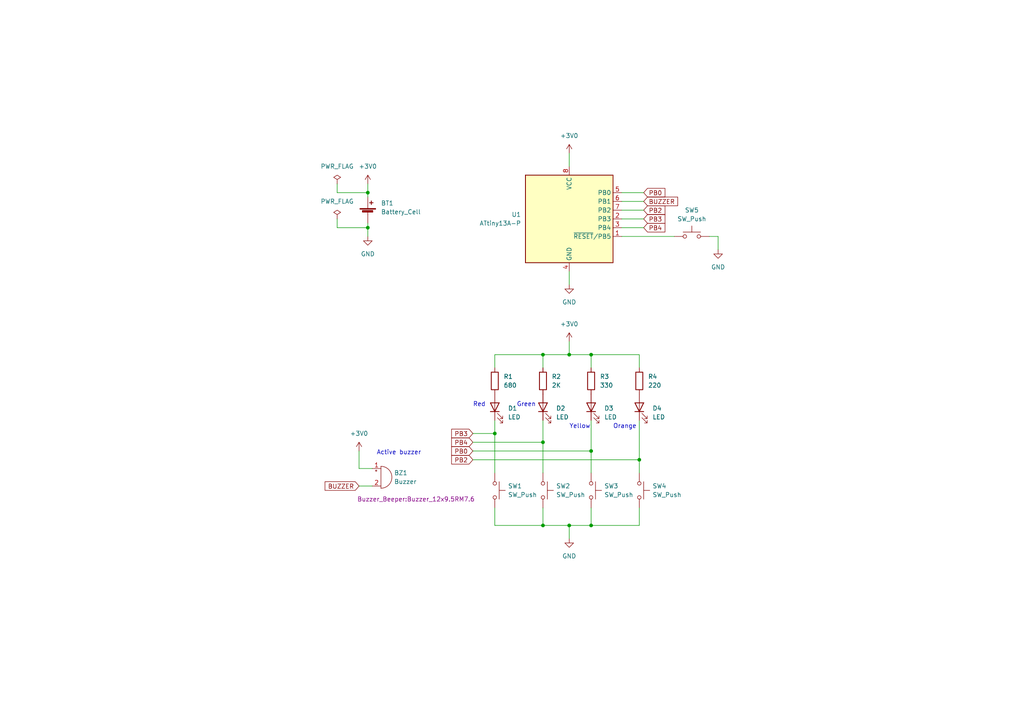
<source format=kicad_sch>
(kicad_sch (version 20211123) (generator eeschema)
  (paper "A4")
  (lib_symbols
    (symbol "Device:Battery_Cell" (pin_numbers hide) (pin_names (offset 0) hide)
      (property "Reference" "BT" (at 2.54 2.54 0))
      (property "Value" "Battery_Cell" (at 2.54 0 0))
      (symbol "Battery_Cell_0_1"
        (rectangle (start -2.286 1.778) (end 2.286 1.524) (fill (type outline)))
        (rectangle (start -1.5748 1.1938) (end 1.4732 0.6858) (fill (type outline)))
        (polyline (pts (xy 0 0.762) (xy 0 0)))
        (polyline (pts (xy 0 1.778) (xy 0 2.54)))
        (polyline (pts (xy 0.508 3.429) (xy 1.524 3.429)) (stroke (width 0.254)))
        (polyline (pts (xy 1.016 3.937) (xy 1.016 2.921)) (stroke (width 0.254)))
      )
      (symbol "Battery_Cell_1_1"
        (pin passive line (at 0 5.08 270) (length 2.54) (name "+") (number "1"))
        (pin passive line (at 0 -2.54 90) (length 2.54) (name "-") (number "2"))
      )
    )
    (symbol "Device:Buzzer" (pin_names (offset 0.0254) hide)
      (property "Reference" "BZ" (at 3.81 1.27 0))
      (property "Value" "Buzzer" (at 3.81 -1.27 0))
      (symbol "Buzzer_0_1"
        (arc (start 0 -3.175) (mid 3.175 0) (end 0 3.175))
        (polyline (pts (xy -1.651 1.905) (xy -1.143 1.905)))
        (polyline (pts (xy -1.397 2.159) (xy -1.397 1.651)))
        (polyline (pts (xy 0 3.175) (xy 0 -3.175)))
      )
      (symbol "Buzzer_1_1"
        (pin passive line (at -2.54 2.54 0) (length 2.54) (name "-") (number "1"))
        (pin passive line (at -2.54 -2.54 0) (length 2.54) (name "+") (number "2"))
      )
    )
    (symbol "Device:LED" (pin_numbers hide) (pin_names (offset 1.016) hide)
      (property "Reference" "D" (at 0 2.54 0))
      (property "Value" "LED" (at 0 -2.54 0))
      (symbol "LED_0_1"
        (polyline (pts (xy -1.27 -1.27) (xy -1.27 1.27)) (stroke (width 0.254)))
        (polyline (pts (xy -1.27 0) (xy 1.27 0)))
        (polyline (pts (xy 1.27 -1.27) (xy 1.27 1.27) (xy -1.27 0) (xy 1.27 -1.27)) (stroke (width 0.254)))
        (polyline (pts (xy -3.048 -0.762) (xy -4.572 -2.286) (xy -3.81 -2.286) (xy -4.572 -2.286) (xy -4.572 -1.524)))
        (polyline (pts (xy -1.778 -0.762) (xy -3.302 -2.286) (xy -2.54 -2.286) (xy -3.302 -2.286) (xy -3.302 -1.524)))
      )
      (symbol "LED_1_1"
        (pin passive line (at -3.81 0 0) (length 2.54) (name "K") (number "1"))
        (pin passive line (at 3.81 0 180) (length 2.54) (name "A") (number "2"))
      )
    )
    (symbol "Device:R" (pin_numbers hide) (pin_names (offset 0))
      (property "Reference" "R" (at 2.032 0 90))
      (property "Value" "R" (at 0 0 90))
      (symbol "R_0_1"
        (rectangle (start -1.016 -2.54) (end 1.016 2.54) (stroke (width 0.254)))
      )
      (symbol "R_1_1"
        (pin passive line (at 0 3.81 270) (length 1.27) (name "~") (number "1"))
        (pin passive line (at 0 -3.81 90) (length 1.27) (name "~") (number "2"))
      )
    )
    (symbol "MCU_Microchip_ATtiny:ATtiny13A-P"
      (property "Reference" "U" (at -12.7 13.97 0))
      (property "Value" "ATtiny13A-P" (at 2.54 -13.97 0))
      (symbol "ATtiny13A-P_0_1"
        (rectangle (start -12.7 -12.7) (end 12.7 12.7) (stroke (width 0.254)) (fill (type background)))
      )
      (symbol "ATtiny13A-P_1_1"
        (pin bidirectional line (at 15.24 -5.08 180) (length 2.54) (name "~{RESET}/PB5") (number "1"))
        (pin bidirectional line (at 15.24 0 180) (length 2.54) (name "PB3") (number "2"))
        (pin bidirectional line (at 15.24 -2.54 180) (length 2.54) (name "PB4") (number "3"))
        (pin power_in line (at 0 -15.24 90) (length 2.54) (name "GND") (number "4"))
        (pin bidirectional line (at 15.24 7.62 180) (length 2.54) (name "PB0") (number "5"))
        (pin bidirectional line (at 15.24 5.08 180) (length 2.54) (name "PB1") (number "6"))
        (pin bidirectional line (at 15.24 2.54 180) (length 2.54) (name "PB2") (number "7"))
        (pin power_in line (at 0 15.24 270) (length 2.54) (name "VCC") (number "8"))
      )
    )
    (symbol "Switch:SW_Push" (pin_numbers hide) (pin_names (offset 1.016) hide)
      (property "Reference" "SW" (at 1.27 2.54 0))
      (property "Value" "SW_Push" (at 0 -1.524 0))
      (symbol "SW_Push_0_1"
        (circle (center -2.032 0) (radius 0.508))
        (polyline (pts (xy 0 1.27) (xy 0 3.048)))
        (polyline (pts (xy 2.54 1.27) (xy -2.54 1.27)))
        (circle (center 2.032 0) (radius 0.508))
        (pin passive line (at -5.08 0 0) (length 2.54) (name "1") (number "1"))
        (pin passive line (at 5.08 0 180) (length 2.54) (name "2") (number "2"))
      )
    )
    (symbol "power:+3V0" (power) (pin_names (offset 0))
      (property "Value" "+3V0" (at 0 3.556 0))
      (symbol "+3V0_0_1"
        (polyline (pts (xy -0.762 1.27) (xy 0 2.54)))
        (polyline (pts (xy 0 0) (xy 0 2.54)))
        (polyline (pts (xy 0 2.54) (xy 0.762 1.27)))
      )
      (symbol "+3V0_1_1"
        (pin power_in line (at 0 0 90) (length 0) hide (name "+3V0") (number "1"))
      )
    )
    (symbol "power:GND" (power) (pin_names (offset 0))
      (property "Value" "GND" (at 0 -3.81 0))
      (symbol "GND_0_1"
        (polyline (pts (xy 0 0) (xy 0 -1.27) (xy 1.27 -1.27) (xy 0 -2.54) (xy -1.27 -1.27) (xy 0 -1.27)))
      )
      (symbol "GND_1_1"
        (pin power_in line (at 0 0 270) (length 0) hide (name "GND") (number "1"))
      )
    )
    (symbol "power:PWR_FLAG" (power) (pin_numbers hide) (pin_names (offset 0) hide)
      (property "Value" "PWR_FLAG" (at 0 3.81 0))
      (symbol "PWR_FLAG_0_0"
        (pin power_out line (at 0 0 90) (length 0) (name "pwr") (number "1"))
      )
      (symbol "PWR_FLAG_0_1"
        (polyline (pts (xy 0 0) (xy 0 1.27) (xy -1.016 1.905) (xy 0 2.54) (xy 1.016 1.905) (xy 0 1.27)))
      )
    )
  )
  (junction (at 106.68 66.04))
  (junction (at 157.48 128.27))
  (junction (at 165.1 102.87))
  (junction (at 143.51 125.73))
  (junction (at 171.45 130.81))
  (junction (at 171.45 152.4))
  (junction (at 185.42 133.35))
  (junction (at 106.68 55.88))
  (junction (at 157.48 102.87))
  (junction (at 157.48 152.4))
  (junction (at 165.1 152.4))
  (junction (at 171.45 102.87))
  (wire (pts (xy 205.74 68.58) (xy 208.28 68.58)))
  (wire (pts (xy 137.16 125.73) (xy 143.51 125.73)))
  (wire (pts (xy 171.45 121.92) (xy 171.45 130.81)))
  (wire (pts (xy 157.48 152.4) (xy 165.1 152.4)))
  (wire (pts (xy 185.42 152.4) (xy 185.42 147.32)))
  (wire (pts (xy 143.51 106.68) (xy 143.51 102.87)))
  (wire (pts (xy 137.16 128.27) (xy 157.48 128.27)))
  (wire (pts (xy 185.42 121.92) (xy 185.42 133.35)))
  (wire (pts (xy 106.68 55.88) (xy 106.68 57.15)))
  (wire (pts (xy 97.79 66.04) (xy 106.68 66.04)))
  (wire (pts (xy 165.1 78.74) (xy 165.1 82.55)))
  (wire (pts (xy 143.51 121.92) (xy 143.51 125.73)))
  (wire (pts (xy 185.42 133.35) (xy 185.42 137.16)))
  (wire (pts (xy 157.48 128.27) (xy 157.48 137.16)))
  (wire (pts (xy 171.45 130.81) (xy 171.45 137.16)))
  (wire (pts (xy 107.95 140.97) (xy 104.14 140.97)))
  (wire (pts (xy 157.48 121.92) (xy 157.48 128.27)))
  (wire (pts (xy 97.79 55.88) (xy 106.68 55.88)))
  (wire (pts (xy 104.14 135.89) (xy 107.95 135.89)))
  (wire (pts (xy 97.79 53.34) (xy 97.79 55.88)))
  (wire (pts (xy 157.48 147.32) (xy 157.48 152.4)))
  (wire (pts (xy 180.34 63.5) (xy 186.69 63.5)))
  (wire (pts (xy 97.79 63.5) (xy 97.79 66.04)))
  (wire (pts (xy 171.45 147.32) (xy 171.45 152.4)))
  (wire (pts (xy 143.51 125.73) (xy 143.51 137.16)))
  (wire (pts (xy 143.51 147.32) (xy 143.51 152.4)))
  (wire (pts (xy 165.1 152.4) (xy 171.45 152.4)))
  (wire (pts (xy 180.34 68.58) (xy 195.58 68.58)))
  (wire (pts (xy 137.16 130.81) (xy 171.45 130.81)))
  (wire (pts (xy 106.68 66.04) (xy 106.68 68.58)))
  (wire (pts (xy 104.14 130.81) (xy 104.14 135.89)))
  (wire (pts (xy 106.68 53.34) (xy 106.68 55.88)))
  (wire (pts (xy 208.28 68.58) (xy 208.28 72.39)))
  (wire (pts (xy 157.48 102.87) (xy 165.1 102.87)))
  (wire (pts (xy 185.42 102.87) (xy 185.42 106.68)))
  (wire (pts (xy 106.68 64.77) (xy 106.68 66.04)))
  (wire (pts (xy 165.1 44.45) (xy 165.1 48.26)))
  (wire (pts (xy 165.1 102.87) (xy 171.45 102.87)))
  (wire (pts (xy 180.34 55.88) (xy 186.69 55.88)))
  (wire (pts (xy 137.16 133.35) (xy 185.42 133.35)))
  (wire (pts (xy 180.34 66.04) (xy 186.69 66.04)))
  (wire (pts (xy 165.1 152.4) (xy 165.1 156.21)))
  (wire (pts (xy 180.34 58.42) (xy 186.69 58.42)))
  (wire (pts (xy 157.48 102.87) (xy 157.48 106.68)))
  (wire (pts (xy 180.34 60.96) (xy 186.69 60.96)))
  (wire (pts (xy 143.51 102.87) (xy 157.48 102.87)))
  (wire (pts (xy 171.45 102.87) (xy 185.42 102.87)))
  (wire (pts (xy 171.45 102.87) (xy 171.45 106.68)))
  (wire (pts (xy 171.45 152.4) (xy 185.42 152.4)))
  (wire (pts (xy 143.51 152.4) (xy 157.48 152.4)))
  (wire (pts (xy 165.1 99.06) (xy 165.1 102.87)))
  (text "Red" (at 137.16 118.11 0) (effects (font (size 1.27 1.27)) (justify left bottom)))
  (text "Orange" (at 177.8 124.46 0) (effects (font (size 1.27 1.27)) (justify left bottom)))
  (text "Yellow" (at 165.1 124.46 0) (effects (font (size 1.27 1.27)) (justify left bottom)))
  (text "Green" (at 149.86 118.11 0) (effects (font (size 1.27 1.27)) (justify left bottom)))
  (text "Active buzzer" (at 109.22 132.08 0) (effects (font (size 1.27 1.27)) (justify left bottom)))
  (global_label "BUZZER" (shape input) (at 104.14 140.97 180) (property "Intersheet References" "${INTERSHEET_REFS}" (effects hide)))
  (global_label "PB3" (shape input) (at 137.16 125.73 180) (property "Intersheet References" "${INTERSHEET_REFS}" (effects hide)))
  (global_label "PB3" (shape input) (at 186.69 63.5 0) (property "Intersheet References" "${INTERSHEET_REFS}" (effects hide)))
  (global_label "PB4" (shape input) (at 137.16 128.27 180) (property "Intersheet References" "${INTERSHEET_REFS}" (effects hide)))
  (global_label "PB2" (shape input) (at 137.16 133.35 180) (property "Intersheet References" "${INTERSHEET_REFS}" (effects hide)))
  (global_label "BUZZER" (shape input) (at 186.69 58.42 0) (property "Intersheet References" "${INTERSHEET_REFS}" (effects hide)))
  (global_label "PB0" (shape input) (at 186.69 55.88 0) (property "Intersheet References" "${INTERSHEET_REFS}" (effects hide)))
  (global_label "PB4" (shape input) (at 186.69 66.04 0) (property "Intersheet References" "${INTERSHEET_REFS}" (effects hide)))
  (global_label "PB2" (shape input) (at 186.69 60.96 0) (property "Intersheet References" "${INTERSHEET_REFS}" (effects hide)))
  (global_label "PB0" (shape input) (at 137.16 130.81 180) (property "Intersheet References" "${INTERSHEET_REFS}" (effects hide)))
  (symbol (lib_id "Device:R") (at 185.42 110.49 0) (unit 1)
    (property "Reference" "R4" (at 187.96 109.2199 0) (effects (justify left)))
    (property "Value" "220" (at 187.96 111.7599 0) (effects (justify left)))
    (property "Footprint" "Resistor_THT:R_Axial_DIN0207_L6.3mm_D2.5mm_P10.16mm_Horizontal" (effects hide))
  )
  (symbol (lib_id "power:+3V0") (at 165.1 44.45 0) (unit 1)
    (property "Reference" "#PWR04" (effects hide))
    (property "Value" "+3V0" (at 165.1 39.37 0))
  )
  (symbol (lib_id "Device:R") (at 157.48 110.49 0) (unit 1)
    (property "Reference" "R2" (at 160.02 109.2199 0) (effects (justify left)))
    (property "Value" "2K" (at 160.02 111.7599 0) (effects (justify left)))
    (property "Footprint" "Resistor_THT:R_Axial_DIN0207_L6.3mm_D2.5mm_P7.62mm_Horizontal" (effects hide))
  )
  (symbol (lib_id "Device:LED") (at 171.45 118.11 90) (unit 1)
    (property "Reference" "D3" (at 175.26 118.4274 90) (effects (justify right)))
    (property "Value" "LED" (at 175.26 120.9674 90) (effects (justify right)))
    (property "Footprint" "LED_THT:LED_D3.0mm" (effects hide))
  )
  (symbol (lib_id "Device:LED") (at 143.51 118.11 90) (unit 1)
    (property "Reference" "D1" (at 147.32 118.4274 90) (effects (justify right)))
    (property "Value" "LED" (at 147.32 120.9674 90) (effects (justify right)))
    (property "Footprint" "LED_THT:LED_D3.0mm" (effects hide))
  )
  (symbol (lib_id "Device:R") (at 171.45 110.49 0) (unit 1)
    (property "Reference" "R3" (at 173.99 109.2199 0) (effects (justify left)))
    (property "Value" "330" (at 173.99 111.7599 0) (effects (justify left)))
    (property "Footprint" "Resistor_THT:R_Axial_DIN0309_L9.0mm_D3.2mm_P12.70mm_Horizontal" (effects hide))
  )
  (symbol (lib_id "MCU_Microchip_ATtiny:ATtiny13A-P") (at 165.1 63.5 0) (unit 1)
    (property "Reference" "U1" (at 151.13 62.2299 0) (effects (justify right)))
    (property "Value" "ATtiny13A-P" (at 151.13 64.7699 0) (effects (justify right)))
    (property "Footprint" "Package_DIP:DIP-8_W7.62mm" (effects hide))
    (property "Datasheet" "http://ww1.microchip.com/downloads/en/DeviceDoc/doc8126.pdf" (effects hide))
  )
  (symbol (lib_id "Switch:SW_Push") (at 171.45 142.24 270) (unit 1)
    (property "Reference" "SW3" (at 175.26 140.9699 90) (effects (justify left)))
    (property "Value" "SW_Push" (at 175.26 143.5099 90) (effects (justify left)))
    (property "Footprint" "Button_Switch_THT:SW_PUSH-12mm" (effects hide))
  )
  (symbol (lib_id "Device:LED") (at 157.48 118.11 90) (unit 1)
    (property "Reference" "D2" (at 161.29 118.4274 90) (effects (justify right)))
    (property "Value" "LED" (at 161.29 120.9674 90) (effects (justify right)))
    (property "Footprint" "LED_THT:LED_D5.0mm" (effects hide))
  )
  (symbol (lib_id "Device:LED") (at 185.42 118.11 90) (unit 1)
    (property "Reference" "D4" (at 189.23 118.4274 90) (effects (justify right)))
    (property "Value" "LED" (at 189.23 120.9674 90) (effects (justify right)))
    (property "Footprint" "LED_THT:LED_D5.0mm" (effects hide))
  )
  (symbol (lib_id "power:+3V0") (at 104.14 130.81 0) (unit 1)
    (property "Reference" "#PWR01" (effects hide))
    (property "Value" "+3V0" (at 104.14 125.73 0))
  )
  (symbol (lib_id "power:GND") (at 106.68 68.58 0) (unit 1)
    (property "Reference" "#PWR03" (effects hide))
    (property "Value" "GND" (at 106.68 73.66 0))
  )
  (symbol (lib_id "Device:R") (at 143.51 110.49 0) (unit 1)
    (property "Reference" "R1" (at 146.05 109.2199 0) (effects (justify left)))
    (property "Value" "680" (at 146.05 111.7599 0) (effects (justify left)))
    (property "Footprint" "Resistor_THT:R_Axial_DIN0207_L6.3mm_D2.5mm_P7.62mm_Horizontal" (effects hide))
  )
  (symbol (lib_id "power:PWR_FLAG") (at 97.79 63.5 0) (unit 1)
    (property "Reference" "#FLG02" (effects hide))
    (property "Value" "PWR_FLAG" (at 97.79 58.42 0))
  )
  (symbol (lib_id "power:+3V0") (at 106.68 53.34 0) (unit 1)
    (property "Reference" "#PWR02" (effects hide))
    (property "Value" "+3V0" (at 106.68 48.26 0))
  )
  (symbol (lib_id "Device:Buzzer") (at 110.49 138.43 0) (unit 1)
    (property "Reference" "BZ1" (at 114.3 137.1599 0) (effects (justify left)))
    (property "Value" "Buzzer" (at 114.3 139.6999 0) (effects (justify left)))
    (property "Footprint" "Buzzer_Beeper:Buzzer_12x9.5RM7.6" (at 120.65 144.78 0))
  )
  (symbol (lib_id "Switch:SW_Push") (at 157.48 142.24 270) (unit 1)
    (property "Reference" "SW2" (at 161.29 140.9699 90) (effects (justify left)))
    (property "Value" "SW_Push" (at 161.29 143.5099 90) (effects (justify left)))
    (property "Footprint" "Button_Switch_THT:SW_PUSH-12mm" (effects hide))
  )
  (symbol (lib_id "Switch:SW_Push") (at 200.66 68.58 0) (unit 1)
    (property "Reference" "SW5" (at 200.66 60.96 0))
    (property "Value" "SW_Push" (at 200.66 63.5 0))
    (property "Footprint" "Button_Switch_THT:SW_PUSH_6mm" (effects hide))
  )
  (symbol (lib_id "power:+3V0") (at 165.1 99.06 0) (unit 1)
    (property "Reference" "#PWR06" (effects hide))
    (property "Value" "+3V0" (at 165.1 93.98 0))
  )
  (symbol (lib_id "Switch:SW_Push") (at 143.51 142.24 270) (unit 1)
    (property "Reference" "SW1" (at 147.32 140.9699 90) (effects (justify left)))
    (property "Value" "SW_Push" (at 147.32 143.5099 90) (effects (justify left)))
    (property "Footprint" "Button_Switch_THT:SW_PUSH-12mm" (effects hide))
  )
  (symbol (lib_id "power:GND") (at 208.28 72.39 0) (unit 1)
    (property "Reference" "#PWR08" (effects hide))
    (property "Value" "GND" (at 208.28 77.47 0))
  )
  (symbol (lib_id "power:GND") (at 165.1 82.55 0) (unit 1)
    (property "Reference" "#PWR05" (effects hide))
    (property "Value" "GND" (at 165.1 87.63 0))
  )
  (symbol (lib_id "power:GND") (at 165.1 156.21 0) (unit 1)
    (property "Reference" "#PWR07" (effects hide))
    (property "Value" "GND" (at 165.1 161.29 0))
  )
  (symbol (lib_id "Device:Battery_Cell") (at 106.68 62.23 0) (unit 1)
    (property "Reference" "BT1" (at 110.49 58.9279 0) (effects (justify left)))
    (property "Value" "Battery_Cell" (at 110.49 61.4679 0) (effects (justify left)))
    (property "Footprint" "Battery:BatteryHolder_Keystone_103_1x20mm" (effects hide))
  )
  (symbol (lib_id "Switch:SW_Push") (at 185.42 142.24 270) (unit 1)
    (property "Reference" "SW4" (at 189.23 140.9699 90) (effects (justify left)))
    (property "Value" "SW_Push" (at 189.23 143.5099 90) (effects (justify left)))
    (property "Footprint" "Button_Switch_THT:SW_PUSH-12mm" (effects hide))
  )
  (symbol (lib_id "power:PWR_FLAG") (at 97.79 53.34 0) (unit 1)
    (property "Reference" "#FLG01" (effects hide))
    (property "Value" "PWR_FLAG" (at 97.79 48.26 0))
  )
)
</source>
